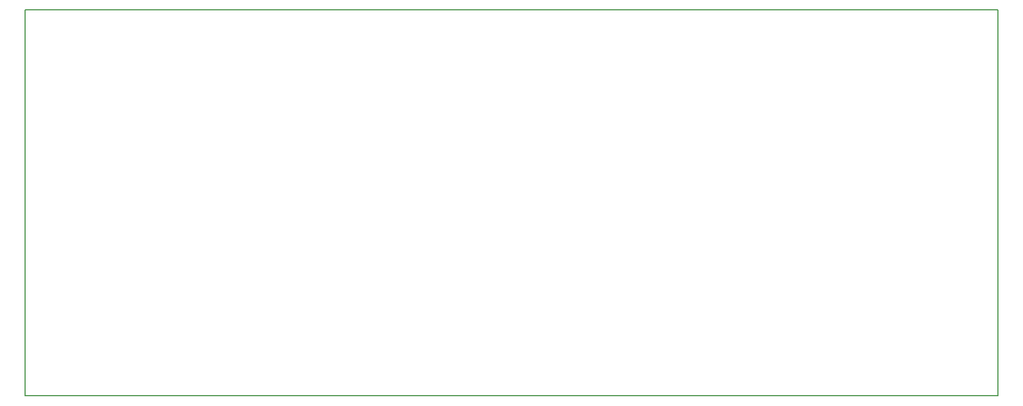
<source format=gbr>
G04 PROTEUS GERBER X2 FILE*
%TF.GenerationSoftware,Labcenter,Proteus,8.12-SP0-Build30713*%
%TF.CreationDate,2025-01-15T12:30:57+00:00*%
%TF.FileFunction,NonPlated,1,2,NPTH*%
%TF.FilePolarity,Positive*%
%TF.Part,Single*%
%TF.SameCoordinates,{9626ba97-e6ad-4adc-9df8-61d07434fadc}*%
%FSLAX45Y45*%
%MOMM*%
G01*
%TA.AperFunction,Profile*%
%ADD14C,0.203200*%
%TD.AperFunction*%
D14*
X+0Y-6010000D02*
X+15116000Y-6010000D01*
X+15116000Y-10000D01*
X+0Y-10000D01*
X+0Y-6010000D01*
M02*

</source>
